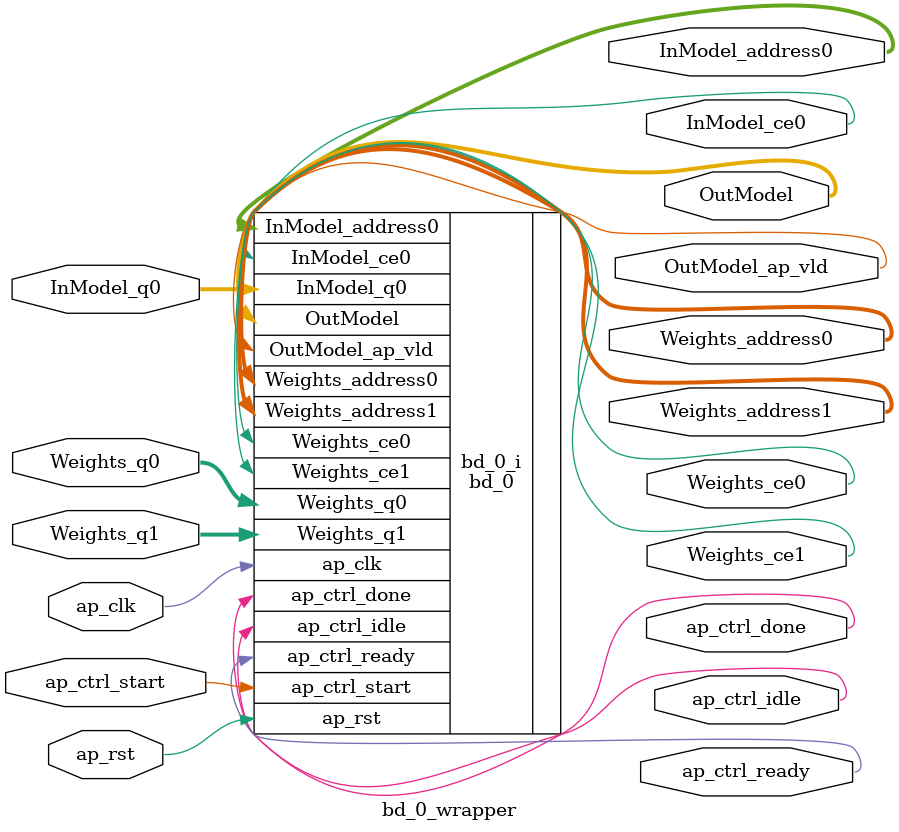
<source format=v>
`timescale 1 ps / 1 ps

module bd_0_wrapper
   (InModel_address0,
    InModel_ce0,
    InModel_q0,
    OutModel,
    OutModel_ap_vld,
    Weights_address0,
    Weights_address1,
    Weights_ce0,
    Weights_ce1,
    Weights_q0,
    Weights_q1,
    ap_clk,
    ap_ctrl_done,
    ap_ctrl_idle,
    ap_ctrl_ready,
    ap_ctrl_start,
    ap_rst);
  output [8:0]InModel_address0;
  output InModel_ce0;
  input [15:0]InModel_q0;
  output [15:0]OutModel;
  output OutModel_ap_vld;
  output [13:0]Weights_address0;
  output [13:0]Weights_address1;
  output Weights_ce0;
  output Weights_ce1;
  input [15:0]Weights_q0;
  input [15:0]Weights_q1;
  input ap_clk;
  output ap_ctrl_done;
  output ap_ctrl_idle;
  output ap_ctrl_ready;
  input ap_ctrl_start;
  input ap_rst;

  wire [8:0]InModel_address0;
  wire InModel_ce0;
  wire [15:0]InModel_q0;
  wire [15:0]OutModel;
  wire OutModel_ap_vld;
  wire [13:0]Weights_address0;
  wire [13:0]Weights_address1;
  wire Weights_ce0;
  wire Weights_ce1;
  wire [15:0]Weights_q0;
  wire [15:0]Weights_q1;
  wire ap_clk;
  wire ap_ctrl_done;
  wire ap_ctrl_idle;
  wire ap_ctrl_ready;
  wire ap_ctrl_start;
  wire ap_rst;

  bd_0 bd_0_i
       (.InModel_address0(InModel_address0),
        .InModel_ce0(InModel_ce0),
        .InModel_q0(InModel_q0),
        .OutModel(OutModel),
        .OutModel_ap_vld(OutModel_ap_vld),
        .Weights_address0(Weights_address0),
        .Weights_address1(Weights_address1),
        .Weights_ce0(Weights_ce0),
        .Weights_ce1(Weights_ce1),
        .Weights_q0(Weights_q0),
        .Weights_q1(Weights_q1),
        .ap_clk(ap_clk),
        .ap_ctrl_done(ap_ctrl_done),
        .ap_ctrl_idle(ap_ctrl_idle),
        .ap_ctrl_ready(ap_ctrl_ready),
        .ap_ctrl_start(ap_ctrl_start),
        .ap_rst(ap_rst));
endmodule

</source>
